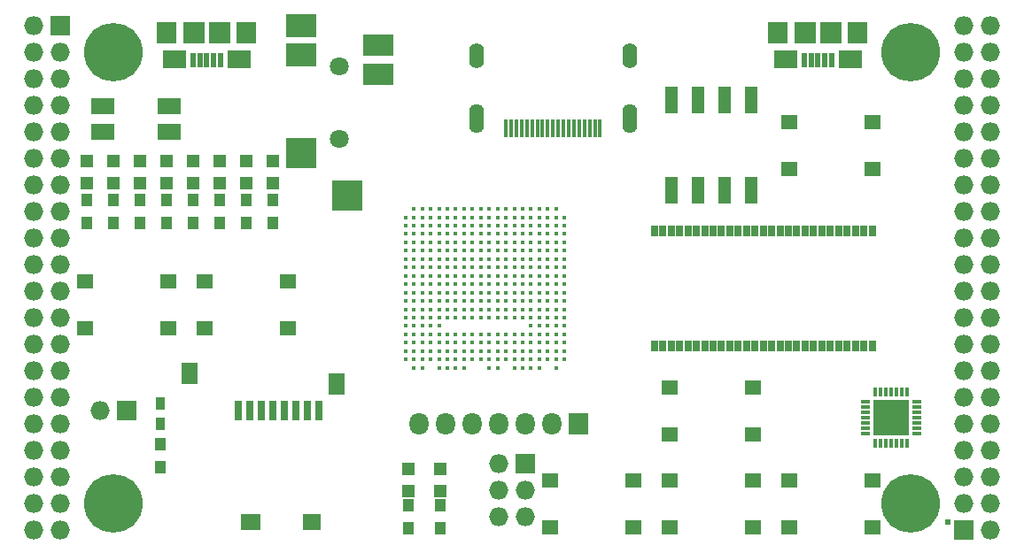
<source format=gts>
G04 #@! TF.FileFunction,Soldermask,Top*
%FSLAX46Y46*%
G04 Gerber Fmt 4.6, Leading zero omitted, Abs format (unit mm)*
G04 Created by KiCad (PCBNEW 4.0.7+dfsg1-1) date Tue Oct  3 01:48:17 2017*
%MOMM*%
%LPD*%
G01*
G04 APERTURE LIST*
%ADD10C,0.100000*%
%ADD11R,0.800000X1.900000*%
%ADD12R,1.700000X1.500000*%
%ADD13R,1.900000X1.500000*%
%ADD14R,1.500000X2.000000*%
%ADD15R,1.298880X1.298880*%
%ADD16R,0.660000X1.000000*%
%ADD17R,1.827200X1.827200*%
%ADD18O,1.827200X1.827200*%
%ADD19C,5.600000*%
%ADD20R,2.300000X1.500000*%
%ADD21R,1.000000X1.300000*%
%ADD22R,0.850000X1.300000*%
%ADD23R,2.200000X1.700000*%
%ADD24R,2.000000X2.000000*%
%ADD25R,0.500000X1.450000*%
%ADD26R,1.900000X2.000000*%
%ADD27O,0.950000X0.400000*%
%ADD28O,0.400000X0.950000*%
%ADD29R,1.775000X1.775000*%
%ADD30C,0.430000*%
%ADD31R,0.600000X0.600000*%
%ADD32R,1.827200X2.132000*%
%ADD33O,1.827200X2.132000*%
%ADD34R,2.900000X2.300000*%
%ADD35R,2.900000X2.900000*%
%ADD36R,2.900000X2.100000*%
%ADD37C,1.800000*%
%ADD38O,1.400000X2.800000*%
%ADD39O,1.400000X2.400000*%
%ADD40R,0.350000X1.700000*%
%ADD41R,1.650000X1.400000*%
%ADD42R,1.220000X2.540000*%
G04 APERTURE END LIST*
D10*
D11*
X114930000Y-99520000D03*
X116030000Y-99520000D03*
X117130000Y-99520000D03*
X118230000Y-99520000D03*
X119330000Y-99520000D03*
X120430000Y-99520000D03*
X121530000Y-99520000D03*
X122630000Y-99520000D03*
D12*
X121920000Y-110120000D03*
D13*
X116120000Y-110120000D03*
D14*
X124320000Y-96970000D03*
X110270000Y-95970000D03*
D15*
X118230000Y-77709020D03*
X118230000Y-75610980D03*
X115690000Y-77709020D03*
X115690000Y-75610980D03*
X113150000Y-77709020D03*
X113150000Y-75610980D03*
X110610000Y-77709020D03*
X110610000Y-75610980D03*
X108070000Y-77709020D03*
X108070000Y-75610980D03*
X105530000Y-77709020D03*
X105530000Y-75610980D03*
X102990000Y-77709020D03*
X102990000Y-75610980D03*
X100450000Y-77709020D03*
X100450000Y-75610980D03*
D16*
X175480000Y-82270000D03*
X154680000Y-93330000D03*
X155480000Y-93330000D03*
X156280000Y-93330000D03*
X157080000Y-93330000D03*
X157880000Y-93330000D03*
X158680000Y-93330000D03*
X159480000Y-93330000D03*
X160280000Y-93330000D03*
X161080000Y-93330000D03*
X161880000Y-93330000D03*
X162680000Y-93330000D03*
X163480000Y-93330000D03*
X164280000Y-93330000D03*
X165080000Y-93330000D03*
X165880000Y-93330000D03*
X166680000Y-93330000D03*
X167480000Y-93330000D03*
X168280000Y-93330000D03*
X169080000Y-93330000D03*
X169880000Y-93330000D03*
X170680000Y-93330000D03*
X171480000Y-93330000D03*
X172280000Y-93330000D03*
X173080000Y-93330000D03*
X173880000Y-93330000D03*
X174680000Y-93330000D03*
X175480000Y-93330000D03*
X174680000Y-82270000D03*
X173880000Y-82270000D03*
X173080000Y-82270000D03*
X172280000Y-82270000D03*
X171480000Y-82270000D03*
X170680000Y-82270000D03*
X169880000Y-82270000D03*
X169080000Y-82270000D03*
X168280000Y-82270000D03*
X167480000Y-82270000D03*
X166680000Y-82270000D03*
X165880000Y-82270000D03*
X165080000Y-82270000D03*
X164280000Y-82270000D03*
X163480000Y-82270000D03*
X162680000Y-82270000D03*
X161880000Y-82270000D03*
X161080000Y-82270000D03*
X160280000Y-82270000D03*
X159480000Y-82270000D03*
X158680000Y-82270000D03*
X157880000Y-82270000D03*
X157080000Y-82270000D03*
X156280000Y-82270000D03*
X155480000Y-82270000D03*
X154680000Y-82270000D03*
D17*
X97910000Y-62690000D03*
D18*
X95370000Y-62690000D03*
X97910000Y-65230000D03*
X95370000Y-65230000D03*
X97910000Y-67770000D03*
X95370000Y-67770000D03*
X97910000Y-70310000D03*
X95370000Y-70310000D03*
X97910000Y-72850000D03*
X95370000Y-72850000D03*
X97910000Y-75390000D03*
X95370000Y-75390000D03*
X97910000Y-77930000D03*
X95370000Y-77930000D03*
X97910000Y-80470000D03*
X95370000Y-80470000D03*
X97910000Y-83010000D03*
X95370000Y-83010000D03*
X97910000Y-85550000D03*
X95370000Y-85550000D03*
X97910000Y-88090000D03*
X95370000Y-88090000D03*
X97910000Y-90630000D03*
X95370000Y-90630000D03*
X97910000Y-93170000D03*
X95370000Y-93170000D03*
X97910000Y-95710000D03*
X95370000Y-95710000D03*
X97910000Y-98250000D03*
X95370000Y-98250000D03*
X97910000Y-100790000D03*
X95370000Y-100790000D03*
X97910000Y-103330000D03*
X95370000Y-103330000D03*
X97910000Y-105870000D03*
X95370000Y-105870000D03*
X97910000Y-108410000D03*
X95370000Y-108410000D03*
X97910000Y-110950000D03*
X95370000Y-110950000D03*
D17*
X184270000Y-110950000D03*
D18*
X186810000Y-110950000D03*
X184270000Y-108410000D03*
X186810000Y-108410000D03*
X184270000Y-105870000D03*
X186810000Y-105870000D03*
X184270000Y-103330000D03*
X186810000Y-103330000D03*
X184270000Y-100790000D03*
X186810000Y-100790000D03*
X184270000Y-98250000D03*
X186810000Y-98250000D03*
X184270000Y-95710000D03*
X186810000Y-95710000D03*
X184270000Y-93170000D03*
X186810000Y-93170000D03*
X184270000Y-90630000D03*
X186810000Y-90630000D03*
X184270000Y-88090000D03*
X186810000Y-88090000D03*
X184270000Y-85550000D03*
X186810000Y-85550000D03*
X184270000Y-83010000D03*
X186810000Y-83010000D03*
X184270000Y-80470000D03*
X186810000Y-80470000D03*
X184270000Y-77930000D03*
X186810000Y-77930000D03*
X184270000Y-75390000D03*
X186810000Y-75390000D03*
X184270000Y-72850000D03*
X186810000Y-72850000D03*
X184270000Y-70310000D03*
X186810000Y-70310000D03*
X184270000Y-67770000D03*
X186810000Y-67770000D03*
X184270000Y-65230000D03*
X186810000Y-65230000D03*
X184270000Y-62690000D03*
X186810000Y-62690000D03*
D19*
X102990000Y-108410000D03*
X179190000Y-108410000D03*
X179190000Y-65230000D03*
X102990000Y-65230000D03*
D20*
X108274000Y-70330000D03*
X101974000Y-70330000D03*
X101974000Y-72830000D03*
X108274000Y-72830000D03*
D17*
X104260000Y-99520000D03*
D18*
X101720000Y-99520000D03*
D15*
X131184000Y-105074980D03*
X131184000Y-107173020D03*
X134232000Y-107173020D03*
X134232000Y-105074980D03*
D21*
X131184000Y-108580000D03*
X131184000Y-110780000D03*
X134232000Y-110780000D03*
X134232000Y-108580000D03*
D22*
X107480000Y-100750000D03*
X107480000Y-98850000D03*
D21*
X107480000Y-102700000D03*
X107480000Y-104900000D03*
D23*
X114980000Y-65875000D03*
X108780000Y-65875000D03*
D24*
X113080000Y-63325000D03*
X110680000Y-63325000D03*
D25*
X113180000Y-66000000D03*
X112530000Y-66000000D03*
X111880000Y-66000000D03*
X111230000Y-66000000D03*
X110580000Y-66000000D03*
D26*
X115680000Y-63325000D03*
X108080000Y-63325000D03*
D23*
X173400000Y-65875000D03*
X167200000Y-65875000D03*
D24*
X171500000Y-63325000D03*
X169100000Y-63325000D03*
D25*
X171600000Y-66000000D03*
X170950000Y-66000000D03*
X170300000Y-66000000D03*
X169650000Y-66000000D03*
X169000000Y-66000000D03*
D26*
X174100000Y-63325000D03*
X166500000Y-63325000D03*
D17*
X142360000Y-104600000D03*
D18*
X139820000Y-104600000D03*
X142360000Y-107140000D03*
X139820000Y-107140000D03*
X142360000Y-109680000D03*
X139820000Y-109680000D03*
D21*
X118230000Y-81570000D03*
X118230000Y-79370000D03*
X115690000Y-81570000D03*
X115690000Y-79370000D03*
X113150000Y-81570000D03*
X113150000Y-79370000D03*
X110610000Y-81570000D03*
X110610000Y-79370000D03*
X108070000Y-81570000D03*
X108070000Y-79370000D03*
X105530000Y-81570000D03*
X105530000Y-79370000D03*
X102990000Y-81570000D03*
X102990000Y-79370000D03*
X100450000Y-81570000D03*
X100450000Y-79370000D03*
D27*
X179735000Y-101655000D03*
X179735000Y-101155000D03*
X179735000Y-100655000D03*
X179735000Y-100155000D03*
X179735000Y-99655000D03*
X179735000Y-99155000D03*
X179735000Y-98655000D03*
D28*
X178785000Y-97705000D03*
X178285000Y-97705000D03*
X177785000Y-97705000D03*
X177285000Y-97705000D03*
X176785000Y-97705000D03*
X176285000Y-97705000D03*
X175785000Y-97705000D03*
D27*
X174835000Y-98655000D03*
X174835000Y-99155000D03*
X174835000Y-99655000D03*
X174835000Y-100155000D03*
X174835000Y-100655000D03*
X174835000Y-101155000D03*
X174835000Y-101655000D03*
D28*
X175785000Y-102605000D03*
X176285000Y-102605000D03*
X176785000Y-102605000D03*
X177285000Y-102605000D03*
X177785000Y-102605000D03*
X178285000Y-102605000D03*
X178785000Y-102605000D03*
D29*
X176447500Y-99317500D03*
X176447500Y-100992500D03*
X178122500Y-99317500D03*
X178122500Y-100992500D03*
D30*
X131680000Y-80200000D03*
X132480000Y-80200000D03*
X133280000Y-80200000D03*
X134080000Y-80200000D03*
X134880000Y-80200000D03*
X135680000Y-80200000D03*
X136480000Y-80200000D03*
X137280000Y-80200000D03*
X138080000Y-80200000D03*
X138880000Y-80200000D03*
X139680000Y-80200000D03*
X140480000Y-80200000D03*
X141280000Y-80200000D03*
X142080000Y-80200000D03*
X142880000Y-80200000D03*
X143680000Y-80200000D03*
X144480000Y-80200000D03*
X145280000Y-80200000D03*
X130880000Y-81000000D03*
X131680000Y-81000000D03*
X132480000Y-81000000D03*
X133280000Y-81000000D03*
X134080000Y-81000000D03*
X134880000Y-81000000D03*
X135680000Y-81000000D03*
X136480000Y-81000000D03*
X137280000Y-81000000D03*
X138080000Y-81000000D03*
X138880000Y-81000000D03*
X139680000Y-81000000D03*
X140480000Y-81000000D03*
X141280000Y-81000000D03*
X142080000Y-81000000D03*
X142880000Y-81000000D03*
X143680000Y-81000000D03*
X144480000Y-81000000D03*
X145280000Y-81000000D03*
X146080000Y-81000000D03*
X130880000Y-81800000D03*
X131680000Y-81800000D03*
X132480000Y-81800000D03*
X133280000Y-81800000D03*
X134080000Y-81800000D03*
X134880000Y-81800000D03*
X135680000Y-81800000D03*
X136480000Y-81800000D03*
X137280000Y-81800000D03*
X138080000Y-81800000D03*
X138880000Y-81800000D03*
X139680000Y-81800000D03*
X140480000Y-81800000D03*
X141280000Y-81800000D03*
X142080000Y-81800000D03*
X142880000Y-81800000D03*
X143680000Y-81800000D03*
X144480000Y-81800000D03*
X145280000Y-81800000D03*
X146080000Y-81800000D03*
X130880000Y-82600000D03*
X131680000Y-82600000D03*
X132480000Y-82600000D03*
X133280000Y-82600000D03*
X134080000Y-82600000D03*
X134880000Y-82600000D03*
X135680000Y-82600000D03*
X136480000Y-82600000D03*
X137280000Y-82600000D03*
X138080000Y-82600000D03*
X138880000Y-82600000D03*
X139680000Y-82600000D03*
X140480000Y-82600000D03*
X141280000Y-82600000D03*
X142080000Y-82600000D03*
X142880000Y-82600000D03*
X143680000Y-82600000D03*
X144480000Y-82600000D03*
X145280000Y-82600000D03*
X146080000Y-82600000D03*
X130880000Y-83400000D03*
X131680000Y-83400000D03*
X132480000Y-83400000D03*
X133280000Y-83400000D03*
X134080000Y-83400000D03*
X134880000Y-83400000D03*
X135680000Y-83400000D03*
X136480000Y-83400000D03*
X137280000Y-83400000D03*
X138080000Y-83400000D03*
X138880000Y-83400000D03*
X139680000Y-83400000D03*
X140480000Y-83400000D03*
X141280000Y-83400000D03*
X142080000Y-83400000D03*
X142880000Y-83400000D03*
X143680000Y-83400000D03*
X144480000Y-83400000D03*
X145280000Y-83400000D03*
X146080000Y-83400000D03*
X130880000Y-84200000D03*
X131680000Y-84200000D03*
X132480000Y-84200000D03*
X133280000Y-84200000D03*
X134080000Y-84200000D03*
X134880000Y-84200000D03*
X135680000Y-84200000D03*
X136480000Y-84200000D03*
X137280000Y-84200000D03*
X138080000Y-84200000D03*
X138880000Y-84200000D03*
X139680000Y-84200000D03*
X140480000Y-84200000D03*
X141280000Y-84200000D03*
X142080000Y-84200000D03*
X142880000Y-84200000D03*
X143680000Y-84200000D03*
X144480000Y-84200000D03*
X145280000Y-84200000D03*
X146080000Y-84200000D03*
X130880000Y-85000000D03*
X131680000Y-85000000D03*
X132480000Y-85000000D03*
X133280000Y-85000000D03*
X134080000Y-85000000D03*
X134880000Y-85000000D03*
X135680000Y-85000000D03*
X136480000Y-85000000D03*
X137280000Y-85000000D03*
X138080000Y-85000000D03*
X138880000Y-85000000D03*
X139680000Y-85000000D03*
X140480000Y-85000000D03*
X141280000Y-85000000D03*
X142080000Y-85000000D03*
X142880000Y-85000000D03*
X143680000Y-85000000D03*
X144480000Y-85000000D03*
X145280000Y-85000000D03*
X146080000Y-85000000D03*
X130880000Y-85800000D03*
X131680000Y-85800000D03*
X132480000Y-85800000D03*
X133280000Y-85800000D03*
X134080000Y-85800000D03*
X134880000Y-85800000D03*
X135680000Y-85800000D03*
X136480000Y-85800000D03*
X137280000Y-85800000D03*
X138080000Y-85800000D03*
X138880000Y-85800000D03*
X139680000Y-85800000D03*
X140480000Y-85800000D03*
X141280000Y-85800000D03*
X142080000Y-85800000D03*
X142880000Y-85800000D03*
X143680000Y-85800000D03*
X144480000Y-85800000D03*
X145280000Y-85800000D03*
X146080000Y-85800000D03*
X130880000Y-86600000D03*
X131680000Y-86600000D03*
X132480000Y-86600000D03*
X133280000Y-86600000D03*
X134080000Y-86600000D03*
X134880000Y-86600000D03*
X135680000Y-86600000D03*
X136480000Y-86600000D03*
X137280000Y-86600000D03*
X138080000Y-86600000D03*
X138880000Y-86600000D03*
X139680000Y-86600000D03*
X140480000Y-86600000D03*
X141280000Y-86600000D03*
X142080000Y-86600000D03*
X142880000Y-86600000D03*
X143680000Y-86600000D03*
X144480000Y-86600000D03*
X145280000Y-86600000D03*
X146080000Y-86600000D03*
X130880000Y-87400000D03*
X131680000Y-87400000D03*
X132480000Y-87400000D03*
X133280000Y-87400000D03*
X134080000Y-87400000D03*
X134880000Y-87400000D03*
X135680000Y-87400000D03*
X136480000Y-87400000D03*
X137280000Y-87400000D03*
X138080000Y-87400000D03*
X138880000Y-87400000D03*
X139680000Y-87400000D03*
X140480000Y-87400000D03*
X141280000Y-87400000D03*
X142080000Y-87400000D03*
X142880000Y-87400000D03*
X143680000Y-87400000D03*
X144480000Y-87400000D03*
X145280000Y-87400000D03*
X146080000Y-87400000D03*
X130880000Y-88200000D03*
X131680000Y-88200000D03*
X132480000Y-88200000D03*
X133280000Y-88200000D03*
X134080000Y-88200000D03*
X134880000Y-88200000D03*
X135680000Y-88200000D03*
X136480000Y-88200000D03*
X137280000Y-88200000D03*
X138080000Y-88200000D03*
X138880000Y-88200000D03*
X139680000Y-88200000D03*
X140480000Y-88200000D03*
X141280000Y-88200000D03*
X142080000Y-88200000D03*
X142880000Y-88200000D03*
X143680000Y-88200000D03*
X144480000Y-88200000D03*
X145280000Y-88200000D03*
X146080000Y-88200000D03*
X130880000Y-89000000D03*
X131680000Y-89000000D03*
X132480000Y-89000000D03*
X133280000Y-89000000D03*
X134080000Y-89000000D03*
X134880000Y-89000000D03*
X135680000Y-89000000D03*
X136480000Y-89000000D03*
X137280000Y-89000000D03*
X138080000Y-89000000D03*
X138880000Y-89000000D03*
X139680000Y-89000000D03*
X140480000Y-89000000D03*
X141280000Y-89000000D03*
X142080000Y-89000000D03*
X142880000Y-89000000D03*
X143680000Y-89000000D03*
X144480000Y-89000000D03*
X145280000Y-89000000D03*
X146080000Y-89000000D03*
X130880000Y-89800000D03*
X131680000Y-89800000D03*
X132480000Y-89800000D03*
X133280000Y-89800000D03*
X134080000Y-89800000D03*
X134880000Y-89800000D03*
X135680000Y-89800000D03*
X136480000Y-89800000D03*
X137280000Y-89800000D03*
X138080000Y-89800000D03*
X138880000Y-89800000D03*
X139680000Y-89800000D03*
X140480000Y-89800000D03*
X141280000Y-89800000D03*
X142080000Y-89800000D03*
X142880000Y-89800000D03*
X143680000Y-89800000D03*
X144480000Y-89800000D03*
X145280000Y-89800000D03*
X146080000Y-89800000D03*
X130880000Y-90600000D03*
X131680000Y-90600000D03*
X132480000Y-90600000D03*
X133280000Y-90600000D03*
X134080000Y-90600000D03*
X134880000Y-90600000D03*
X135680000Y-90600000D03*
X136480000Y-90600000D03*
X137280000Y-90600000D03*
X138080000Y-90600000D03*
X138880000Y-90600000D03*
X139680000Y-90600000D03*
X140480000Y-90600000D03*
X141280000Y-90600000D03*
X142080000Y-90600000D03*
X142880000Y-90600000D03*
X143680000Y-90600000D03*
X144480000Y-90600000D03*
X145280000Y-90600000D03*
X146080000Y-90600000D03*
X130880000Y-91400000D03*
X131680000Y-91400000D03*
X132480000Y-91400000D03*
X133280000Y-91400000D03*
X134080000Y-91400000D03*
X142880000Y-91400000D03*
X143680000Y-91400000D03*
X144480000Y-91400000D03*
X145280000Y-91400000D03*
X146080000Y-91400000D03*
X130880000Y-92200000D03*
X131680000Y-92200000D03*
X132480000Y-92200000D03*
X133280000Y-92200000D03*
X134080000Y-92200000D03*
X134880000Y-92200000D03*
X135680000Y-92200000D03*
X136480000Y-92200000D03*
X137280000Y-92200000D03*
X138080000Y-92200000D03*
X138880000Y-92200000D03*
X139680000Y-92200000D03*
X140480000Y-92200000D03*
X141280000Y-92200000D03*
X142080000Y-92200000D03*
X142880000Y-92200000D03*
X143680000Y-92200000D03*
X144480000Y-92200000D03*
X145280000Y-92200000D03*
X146080000Y-92200000D03*
X130880000Y-93000000D03*
X131680000Y-93000000D03*
X132480000Y-93000000D03*
X133280000Y-93000000D03*
X134080000Y-93000000D03*
X134880000Y-93000000D03*
X135680000Y-93000000D03*
X136480000Y-93000000D03*
X137280000Y-93000000D03*
X138080000Y-93000000D03*
X138880000Y-93000000D03*
X139680000Y-93000000D03*
X140480000Y-93000000D03*
X141280000Y-93000000D03*
X142080000Y-93000000D03*
X142880000Y-93000000D03*
X143680000Y-93000000D03*
X144480000Y-93000000D03*
X145280000Y-93000000D03*
X146080000Y-93000000D03*
X130880000Y-93800000D03*
X131680000Y-93800000D03*
X132480000Y-93800000D03*
X133280000Y-93800000D03*
X134080000Y-93800000D03*
X134880000Y-93800000D03*
X135680000Y-93800000D03*
X136480000Y-93800000D03*
X137280000Y-93800000D03*
X138080000Y-93800000D03*
X138880000Y-93800000D03*
X139680000Y-93800000D03*
X140480000Y-93800000D03*
X141280000Y-93800000D03*
X142080000Y-93800000D03*
X142880000Y-93800000D03*
X143680000Y-93800000D03*
X144480000Y-93800000D03*
X145280000Y-93800000D03*
X146080000Y-93800000D03*
X130880000Y-94600000D03*
X131680000Y-94600000D03*
X132480000Y-94600000D03*
X133280000Y-94600000D03*
X134080000Y-94600000D03*
X134880000Y-94600000D03*
X135680000Y-94600000D03*
X136480000Y-94600000D03*
X137280000Y-94600000D03*
X138080000Y-94600000D03*
X138880000Y-94600000D03*
X139680000Y-94600000D03*
X140480000Y-94600000D03*
X141280000Y-94600000D03*
X142080000Y-94600000D03*
X142880000Y-94600000D03*
X143680000Y-94600000D03*
X144480000Y-94600000D03*
X145280000Y-94600000D03*
X146080000Y-94600000D03*
X131680000Y-95400000D03*
X132480000Y-95400000D03*
X134080000Y-95400000D03*
X134880000Y-95400000D03*
X135680000Y-95400000D03*
X136480000Y-95400000D03*
X138880000Y-95400000D03*
X139680000Y-95400000D03*
X141280000Y-95400000D03*
X142080000Y-95400000D03*
X142880000Y-95400000D03*
X143680000Y-95400000D03*
X145280000Y-95400000D03*
D31*
X182680000Y-110200000D03*
D32*
X147440000Y-100790000D03*
D33*
X144900000Y-100790000D03*
X142360000Y-100790000D03*
X139820000Y-100790000D03*
X137280000Y-100790000D03*
X134740000Y-100790000D03*
X132200000Y-100790000D03*
D34*
X120880000Y-62640000D03*
X120880000Y-65440000D03*
D35*
X120880000Y-74840000D03*
X125330000Y-78940000D03*
D36*
X128280000Y-67340000D03*
X128280000Y-64540000D03*
D37*
X124580000Y-66540000D03*
X124580000Y-73540000D03*
D38*
X152280000Y-71550000D03*
X137680000Y-71550000D03*
D39*
X137680000Y-65500000D03*
D40*
X140480000Y-72500000D03*
X140980000Y-72500000D03*
X141480000Y-72500000D03*
X141980000Y-72500000D03*
X142480000Y-72500000D03*
X142980000Y-72500000D03*
X143480000Y-72500000D03*
X143980000Y-72500000D03*
X144480000Y-72500000D03*
X144980000Y-72500000D03*
X145480000Y-72500000D03*
X145980000Y-72500000D03*
X146480000Y-72500000D03*
X146980000Y-72500000D03*
X147480000Y-72500000D03*
X147980000Y-72500000D03*
X148480000Y-72500000D03*
X148980000Y-72500000D03*
X149480000Y-72500000D03*
D39*
X152280000Y-65500000D03*
D41*
X175550000Y-71870000D03*
X175550000Y-76370000D03*
X167590000Y-76370000D03*
X167590000Y-71870000D03*
X100280000Y-91610000D03*
X100280000Y-87110000D03*
X108240000Y-87110000D03*
X108240000Y-91610000D03*
X111710000Y-91610000D03*
X111710000Y-87110000D03*
X119670000Y-87110000D03*
X119670000Y-91610000D03*
X156160000Y-101770000D03*
X156160000Y-97270000D03*
X164120000Y-97270000D03*
X164120000Y-101770000D03*
X164120000Y-106160000D03*
X164120000Y-110660000D03*
X156160000Y-110660000D03*
X156160000Y-106160000D03*
X152690000Y-106160000D03*
X152690000Y-110660000D03*
X144730000Y-110660000D03*
X144730000Y-106160000D03*
X175550000Y-106160000D03*
X175550000Y-110660000D03*
X167590000Y-110660000D03*
X167590000Y-106160000D03*
D42*
X163950000Y-69815000D03*
X156330000Y-78425000D03*
X161410000Y-69815000D03*
X158870000Y-78425000D03*
X158870000Y-69815000D03*
X161410000Y-78425000D03*
X156330000Y-69815000D03*
X163950000Y-78425000D03*
M02*

</source>
